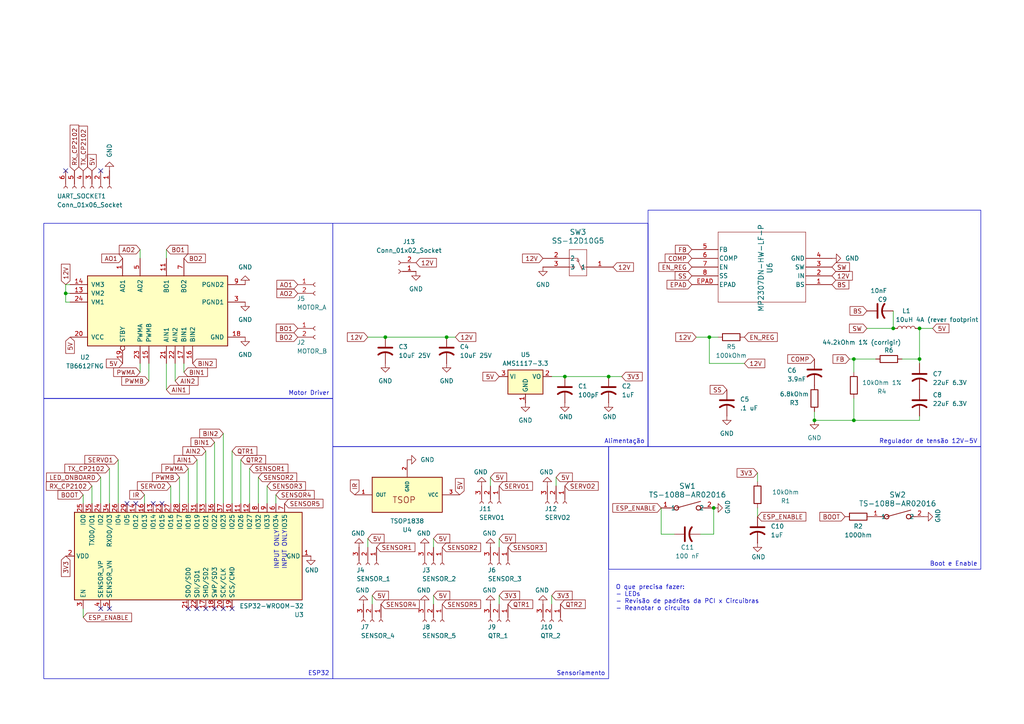
<source format=kicad_sch>
(kicad_sch (version 20250114) (generator "eeschema") (generator_version "9.0")
  (paper "A4")
  (title_block (title "Mini Sumo ESP Embarcado") (date "2026-02-01") (rev "1") (company "Omegabotz"))
  (lib_symbols
    (symbol "Connector:Conn_01x02_Socket" (pin_names (offset 1.016) (hide yes))
      (property "Reference" "J" (at 0 2.54 0))
      (property "Value" "Conn_01x02_Socket" (at 0 -5.08 0))
      (symbol "Conn_01x02_Socket_1_1"
        (polyline (pts (xy -1.27 0) (xy -0.508 0)) (stroke (width 0.1524)))
        (polyline (pts (xy -1.27 -2.54) (xy -0.508 -2.54)) (stroke (width 0.1524)))
        (arc (start 0 -0.508) (mid -0.5058 0) (end 0 0.508) (stroke (width 0.1524)))
        (arc (start 0 -3.048) (mid -0.5058 -2.54) (end 0 -2.032) (stroke (width 0.1524)))
        (pin passive line (at -5.08 0 0) (length 3.81) (name "Pin_1") (number "1"))
        (pin passive line (at -5.08 -2.54 0) (length 3.81) (name "Pin_2") (number "2"))
      )
    )
    (symbol "Connector:Conn_01x03_Socket" (pin_names (offset 1.016) (hide yes))
      (property "Reference" "J" (at 0 5.08 0))
      (property "Value" "Conn_01x03_Socket" (at 0 -5.08 0))
      (symbol "Conn_01x03_Socket_1_1"
        (polyline (pts (xy -1.27 2.54) (xy -0.508 2.54)) (stroke (width 0.1524)))
        (polyline (pts (xy -1.27 0) (xy -0.508 0)) (stroke (width 0.1524)))
        (polyline (pts (xy -1.27 -2.54) (xy -0.508 -2.54)) (stroke (width 0.1524)))
        (arc (start 0 2.032) (mid -0.5058 2.54) (end 0 3.048) (stroke (width 0.1524)))
        (arc (start 0 -0.508) (mid -0.5058 0) (end 0 0.508) (stroke (width 0.1524)))
        (arc (start 0 -3.048) (mid -0.5058 -2.54) (end 0 -2.032) (stroke (width 0.1524)))
        (pin passive line (at -5.08 2.54 0) (length 3.81) (name "Pin_1") (number "1"))
        (pin passive line (at -5.08 0 0) (length 3.81) (name "Pin_2") (number "2"))
        (pin passive line (at -5.08 -2.54 0) (length 3.81) (name "Pin_3") (number "3"))
      )
    )
    (symbol "Connector:Conn_01x06_Socket" (pin_names (offset 1.016) (hide yes))
      (property "Reference" "J" (at 0 7.62 0))
      (property "Value" "Conn_01x06_Socket" (at 0 -10.16 0))
      (symbol "Conn_01x06_Socket_1_1"
        (polyline (pts (xy -1.27 5.08) (xy -0.508 5.08)) (stroke (width 0.1524)))
        (polyline (pts (xy -1.27 2.54) (xy -0.508 2.54)) (stroke (width 0.1524)))
        (polyline (pts (xy -1.27 0) (xy -0.508 0)) (stroke (width 0.1524)))
        (polyline (pts (xy -1.27 -2.54) (xy -0.508 -2.54)) (stroke (width 0.1524)))
        (polyline (pts (xy -1.27 -5.08) (xy -0.508 -5.08)) (stroke (width 0.1524)))
        (polyline (pts (xy -1.27 -7.62) (xy -0.508 -7.62)) (stroke (width 0.1524)))
        (arc (start 0 4.572) (mid -0.5058 5.08) (end 0 5.588) (stroke (width 0.1524)))
        (arc (start 0 2.032) (mid -0.5058 2.54) (end 0 3.048) (stroke (width 0.1524)))
        (arc (start 0 -0.508) (mid -0.5058 0) (end 0 0.508) (stroke (width 0.1524)))
        (arc (start 0 -3.048) (mid -0.5058 -2.54) (end 0 -2.032) (stroke (width 0.1524)))
        (arc (start 0 -5.588) (mid -0.5058 -5.08) (end 0 -4.572) (stroke (width 0.1524)))
        (arc (start 0 -8.128) (mid -0.5058 -7.62) (end 0 -7.112) (stroke (width 0.1524)))
        (pin passive line (at -5.08 5.08 0) (length 3.81) (name "Pin_1") (number "1"))
        (pin passive line (at -5.08 2.54 0) (length 3.81) (name "Pin_2") (number "2"))
        (pin passive line (at -5.08 0 0) (length 3.81) (name "Pin_3") (number "3"))
        (pin passive line (at -5.08 -2.54 0) (length 3.81) (name "Pin_4") (number "4"))
        (pin passive line (at -5.08 -5.08 0) (length 3.81) (name "Pin_5") (number "5"))
        (pin passive line (at -5.08 -7.62 0) (length 3.81) (name "Pin_6") (number "6"))
      )
    )
    (symbol "Device:C_US" (pin_numbers (hide yes)) (pin_names (offset 0.254) (hide yes))
      (property "Reference" "C" (at 0.635 2.54 0))
      (property "Value" "C_US" (at 0.635 -2.54 0))
      (symbol "C_US_0_1"
        (polyline (pts (xy -2.032 0.762) (xy 2.032 0.762)) (stroke (width 0.508)))
        (arc (start -2.032 -1.27) (mid 0 -0.5572) (end 2.032 -1.27) (stroke (width 0.508)))
      )
      (symbol "C_US_1_1"
        (pin passive line (at 0 3.81 270) (length 2.794) (name "~") (number "1"))
        (pin passive line (at 0 -3.81 90) (length 3.302) (name "~") (number "2"))
      )
    )
    (symbol "Device:L" (pin_numbers (hide yes)) (pin_names (offset 1.016) (hide yes))
      (property "Reference" "L" (at -1.27 0 90))
      (property "Value" "L" (at 1.905 0 90))
      (symbol "L_0_1"
        (arc (start 0 2.54) (mid 0.6323 1.905) (end 0 1.27))
        (arc (start 0 1.27) (mid 0.6323 0.635) (end 0 0))
        (arc (start 0 0) (mid 0.6323 -0.635) (end 0 -1.27))
        (arc (start 0 -1.27) (mid 0.6323 -1.905) (end 0 -2.54))
      )
      (symbol "L_1_1"
        (pin passive line (at 0 3.81 270) (length 1.27) (name "1") (number "1"))
        (pin passive line (at 0 -3.81 90) (length 1.27) (name "2") (number "2"))
      )
    )
    (symbol "Device:R" (pin_numbers (hide yes)) (pin_names (offset 0))
      (property "Reference" "R" (at 2.032 0 90))
      (property "Value" "R" (at 0 0 90))
      (symbol "R_0_1"
        (rectangle (start -1.016 -2.54) (end 1.016 2.54) (stroke (width 0.254)))
      )
      (symbol "R_1_1"
        (pin passive line (at 0 3.81 270) (length 1.27) (name "~") (number "1"))
        (pin passive line (at 0 -3.81 90) (length 1.27) (name "~") (number "2"))
      )
    )
    (symbol "Driver_Motor:TB6612FNG" (pin_names (offset 1.016))
      (property "Reference" "U" (at 11.43 17.78 0))
      (property "Value" "TB6612FNG" (at 11.43 15.24 0))
      (symbol "TB6612FNG_0_1"
        (rectangle (start -10.16 20.32) (end 10.16 -20.32) (stroke (width 0.254)) (fill (type background)))
      )
      (symbol "TB6612FNG_1_1"
        (pin input inverted (at -15.24 10.16 0) (length 5.08) (name "STBY") (number "19"))
        (pin input line (at -15.24 5.08 0) (length 5.08) (name "PWMA") (number "23"))
        (pin input line (at -15.24 2.54 0) (length 5.08) (name "PWMB") (number "15"))
        (pin input line (at -15.24 -2.54 0) (length 5.08) (name "AIN1") (number "21"))
        (pin input line (at -15.24 -5.08 0) (length 5.08) (name "AIN2") (number "22"))
        (pin input line (at -15.24 -7.62 0) (length 5.08) (name "BIN1") (number "17"))
        (pin input line (at -15.24 -10.16 0) (length 5.08) (name "BIN2") (number "16"))
        (pin power_in line (at -7.62 25.4 270) (length 5.08) (name "VCC") (number "20"))
        (pin power_in line (at -7.62 -25.4 90) (length 5.08) (name "GND") (number "18"))
        (pin power_in line (at 2.54 25.4 270) (length 5.08) (name "VM1") (number "24"))
        (pin power_in line (at 2.54 -25.4 90) (length 5.08) (name "PGND1") (number "3"))
        (pin passive line (at 2.54 -25.4 90) (length 5.08) (hide yes) (name "PGND1") (number "4"))
        (pin power_in line (at 5.08 25.4 270) (length 5.08) (name "VM2") (number "13"))
        (pin power_in line (at 7.62 25.4 270) (length 5.08) (name "VM3") (number "14"))
        (pin passive line (at 7.62 -25.4 90) (length 5.08) (hide yes) (name "PGND2") (number "10"))
        (pin power_in line (at 7.62 -25.4 90) (length 5.08) (name "PGND2") (number "9"))
        (pin output line (at 15.24 10.16 180) (length 5.08) (name "AO1") (number "1"))
        (pin passive line (at 15.24 10.16 180) (length 5.08) (hide yes) (name "AO1") (number "2"))
        (pin output line (at 15.24 5.08 180) (length 5.08) (name "AO2") (number "5"))
        (pin passive line (at 15.24 5.08 180) (length 5.08) (hide yes) (name "AO2") (number "6"))
        (pin output line (at 15.24 -2.54 180) (length 5.08) (name "BO1") (number "11"))
        (pin passive line (at 15.24 -2.54 180) (length 5.08) (hide yes) (name "BO1") (number "12"))
        (pin output line (at 15.24 -7.62 180) (length 5.08) (name "BO2") (number "7"))
        (pin passive line (at 15.24 -7.62 180) (length 5.08) (hide yes) (name "BO2") (number "8"))
      )
    )
    (symbol "MP2307DN-HW-LF-P:MP2307DN-HW-LF-P" (pin_names (offset 0.254))
      (property "Reference" "U" (at 20.32 10.16 0))
      (property "Value" "MP2307DN-HW-LF-P" (at 20.32 7.62 0))
      (symbol "MP2307DN-HW-LF-P_0_1"
        (polyline (pts (xy 7.62 5.08) (xy 7.62 -15.24)) (stroke (width 0.127)))
        (polyline (pts (xy 7.62 -15.24) (xy 33.02 -15.24)) (stroke (width 0.127)))
        (polyline (pts (xy 33.02 5.08) (xy 7.62 5.08)) (stroke (width 0.127)))
        (polyline (pts (xy 33.02 -15.24) (xy 33.02 5.08)) (stroke (width 0.127)))
        (pin unspecified line (at 0 0 0) (length 7.62) (name "BS") (number "1"))
        (pin unspecified line (at 0 -2.54 0) (length 7.62) (name "IN") (number "2"))
        (pin unspecified line (at 0 -5.08 0) (length 7.62) (name "SW") (number "3"))
        (pin power_out line (at 0 -7.62 0) (length 7.62) (name "GND") (number "4"))
        (pin unspecified line (at 40.64 0 180) (length 7.62) (name "EPAD") (number "EPAD"))
        (pin unspecified line (at 40.64 -2.54 180) (length 7.62) (name "SS") (number "8"))
        (pin unspecified line (at 40.64 -5.08 180) (length 7.62) (name "EN") (number "7"))
        (pin unspecified line (at 40.64 -7.62 180) (length 7.62) (name "COMP") (number "6"))
        (pin unspecified line (at 40.64 -10.16 180) (length 7.62) (name "FB") (number "5"))
      )
    )
    (symbol "RF_Module:ESP32-WROOM-32"
      (property "Reference" "U" (at -12.7 34.29 0))
      (property "Value" "ESP32-WROOM-32" (at 1.27 34.29 0))
      (symbol "ESP32-WROOM-32_0_1"
        (rectangle (start -12.7 33.02) (end 12.7 -33.02) (stroke (width 0.254)) (fill (type background)))
      )
      (symbol "ESP32-WROOM-32_1_1"
        (pin input line (at -15.24 30.48 0) (length 2.54) (name "EN") (number "3"))
        (pin input line (at -15.24 25.4 0) (length 2.54) (name "SENSOR_VP") (number "4"))
        (pin input line (at -15.24 22.86 0) (length 2.54) (name "SENSOR_VN") (number "5"))
        (pin bidirectional line (at -15.24 0 0) (length 2.54) (name "SDO/SD0") (number "21"))
        (pin bidirectional line (at -15.24 -2.54 0) (length 2.54) (name "SDI/SD1") (number "22"))
        (pin bidirectional line (at -15.24 -5.08 0) (length 2.54) (name "SHD/SD2") (number "17"))
        (pin bidirectional line (at -15.24 -7.62 0) (length 2.54) (name "SWP/SD3") (number "18"))
        (pin bidirectional line (at -15.24 -10.16 0) (length 2.54) (name "SCK/CLK") (number "20"))
        (pin bidirectional line (at -15.24 -12.7 0) (length 2.54) (name "SCS/CMD") (number "19"))
        (pin no_connect line (at -12.7 -27.94 0) (length 2.54) (hide yes) (name "NC") (number "32"))
        (pin power_in line (at 0 35.56 270) (length 2.54) (name "VDD") (number "2"))
        (pin power_in line (at 0 -35.56 90) (length 2.54) (name "GND") (number "1"))
        (pin passive line (at 0 -35.56 90) (length 2.54) (hide yes) (name "GND") (number "15"))
        (pin passive line (at 0 -35.56 90) (length 2.54) (hide yes) (name "GND") (number "38"))
        (pin passive line (at 0 -35.56 90) (length 2.54) (hide yes) (name "GND") (number "39"))
        (pin bidirectional line (at 15.24 30.48 180) (length 2.54) (name "IO0") (number "25"))
        (pin bidirectional line (at 15.24 27.94 180) (length 2.54) (name "TXD0/IO1") (number "35"))
        (pin bidirectional line (at 15.24 25.4 180) (length 2.54) (name "IO2") (number "24"))
        (pin bidirectional line (at 15.24 22.86 180) (length 2.54) (name "RXD0/IO3") (number "34"))
        (pin bidirectional line (at 15.24 20.32 180) (length 2.54) (name "IO4") (number "26"))
        (pin bidirectional line (at 15.24 17.78 180) (length 2.54) (name "IO5") (number "29"))
        (pin bidirectional line (at 15.24 15.24 180) (length 2.54) (name "IO12") (number "14"))
        (pin bidirectional line (at 15.24 12.7 180) (length 2.54) (name "IO13") (number "16"))
        (pin bidirectional line (at 15.24 10.16 180) (length 2.54) (name "IO14") (number "13"))
        (pin bidirectional line (at 15.24 7.62 180) (length 2.54) (name "IO15") (number "23"))
        (pin bidirectional line (at 15.24 5.08 180) (length 2.54) (name "IO16") (number "27"))
        (pin bidirectional line (at 15.24 2.54 180) (length 2.54) (name "IO17") (number "28"))
        (pin bidirectional line (at 15.24 0 180) (length 2.54) (name "IO18") (number "30"))
        (pin bidirectional line (at 15.24 -2.54 180) (length 2.54) (name "IO19") (number "31"))
        (pin bidirectional line (at 15.24 -5.08 180) (length 2.54) (name "IO21") (number "33"))
        (pin bidirectional line (at 15.24 -7.62 180) (length 2.54) (name "IO22") (number "36"))
        (pin bidirectional line (at 15.24 -10.16 180) (length 2.54) (name "IO23") (number "37"))
        (pin bidirectional line (at 15.24 -12.7 180) (length 2.54) (name "IO25") (number "10"))
        (pin bidirectional line (at 15.24 -15.24 180) (length 2.54) (name "IO26") (number "11"))
        (pin bidirectional line (at 15.24 -17.78 180) (length 2.54) (name "IO27") (number "12"))
        (pin bidirectional line (at 15.24 -20.32 180) (length 2.54) (name "IO32") (number "8"))
        (pin bidirectional line (at 15.24 -22.86 180) (length 2.54) (name "IO33") (number "9"))
        (pin input line (at 15.24 -25.4 180) (length 2.54) (name "IO34") (number "6"))
        (pin input line (at 15.24 -27.94 180) (length 2.54) (name "IO35") (number "7"))
      )
    )
    (symbol "Regulator_Linear:AMS1117-3.3"
      (property "Reference" "U" (at -3.81 3.175 0))
      (property "Value" "AMS1117-3.3" (at 0 3.175 0))
      (symbol "AMS1117-3.3_0_1"
        (rectangle (start -5.08 -5.08) (end 5.08 1.905) (stroke (width 0.254)) (fill (type background)))
      )
      (symbol "AMS1117-3.3_1_1"
        (pin power_in line (at -7.62 0 0) (length 2.54) (name "VI") (number "3"))
        (pin power_in line (at 0 -7.62 90) (length 2.54) (name "GND") (number "1"))
        (pin power_out line (at 7.62 0 180) (length 2.54) (name "VO") (number "2"))
      )
    )
    (symbol "SS-12D10G5:SS-12D10G5" (pin_names (offset 0.254))
      (property "Reference" "SW" (at 10.16 7.62 0))
      (property "Value" "SS-12D10G5" (at 10.16 5.08 0))
      (symbol "SS-12D10G5_0_1"
        (polyline (pts (xy 7.62 2.54) (xy 7.62 -5.08)) (stroke (width 0.127)))
        (polyline (pts (xy 7.62 0) (xy 8.5725 0)) (stroke (width 0.127)))
        (polyline (pts (xy 7.62 -5.08) (xy 12.7 -5.08)) (stroke (width 0.127)))
        (circle (center 8.89 0) (radius 0.3048) (stroke (width 0.127)))
        (polyline (pts (xy 10.16 -1.905) (xy 8.89 0.9525)) (stroke (width 0.127)))
        (circle (center 10.16 -1.905) (radius 0.3048) (stroke (width 0.127)))
        (polyline (pts (xy 10.16 -2.2098) (xy 10.16 -2.54)) (stroke (width 0.127)))
        (circle (center 11.43 0) (radius 0.3048) (stroke (width 0.127)))
        (polyline (pts (xy 12.7 2.54) (xy 7.62 2.54)) (stroke (width 0.127)))
        (polyline (pts (xy 12.7 0) (xy 11.7475 0)) (stroke (width 0.127)))
        (polyline (pts (xy 12.7 -2.54) (xy 10.16 -2.54)) (stroke (width 0.127)))
        (polyline (pts (xy 12.7 -5.08) (xy 12.7 2.54)) (stroke (width 0.127)))
        (pin unspecified line (at 0 0 0) (length 7.62) (name "1") (number "1"))
        (pin unspecified line (at 20.32 0 180) (length 7.62) (name "3") (number "3"))
        (pin unspecified line (at 20.32 -2.54 180) (length 7.62) (name "2") (number "2"))
      )
    )
    (symbol "TS-1088-ARO2016:TS-1088-AR02016" (pin_names (offset 0.254))
      (property "Reference" "SW" (at 7.62 3.81 0))
      (property "Value" "TS-1088-AR02016" (at 0 0 0))
      (symbol "TS-1088-AR02016_0_1"
        (polyline (pts (xy 2.54 0) (xy 3.81 0)) (stroke (width 0.2032)))
        (polyline (pts (xy 4.445 0) (xy 11.43 1.905)) (stroke (width 0.2032)))
        (circle (center 4.445 0) (radius 0.635) (stroke (width 0.254)))
        (circle (center 10.795 0) (radius 0.635) (stroke (width 0.254)))
        (polyline (pts (xy 12.7 0) (xy 11.43 0)) (stroke (width 0.2032)))
        (pin unspecified line (at 0 0 0) (length 2.54) (name "1") (number "1"))
        (pin unspecified line (at 15.24 0 180) (length 2.54) (name "2") (number "2"))
      )
    )
    (symbol "TSOP1838:TSOP1838" (pin_names (offset 1.016))
      (property "Reference" "U" (at -3.81 6.604 0))
      (property "Value" "TSOP1838" (at 0 0 0))
      (symbol "TSOP1838_0_0"
        (rectangle (start -10.16 -5.08) (end 10.16 5.08) (stroke (width 0.254)) (fill (type background)))
        (text "TSOP" (at -2.54 2.54 0) (effects (font (size 1.778 1.778)) (justify left bottom)))
        (pin power_in line (at -15.24 0 0) (length 5.08) (name "VCC") (number "3"))
        (pin power_in line (at 0 -10.16 90) (length 5.08) (name "GND") (number "2"))
        (pin output line (at 15.24 0 180) (length 5.08) (name "OUT") (number "1"))
      )
    )
    (symbol "power:GND" (power) (pin_numbers (hide yes)) (pin_names (offset 0) (hide yes))
      (property "Value" "GND" (at 0 -3.81 0))
      (symbol "GND_0_1"
        (polyline (pts (xy 0 0) (xy 0 -1.27) (xy 1.27 -1.27) (xy 0 -2.54) (xy -1.27 -1.27) (xy 0 -1.27)))
      )
      (symbol "GND_1_1"
        (pin power_in line (at 0 0 270) (length 0) (name "~") (number "1"))
      )
    )
  )
  (text "INPUT ONLY\n" (at 82.55 159.512 90) (effects (font (size 1.27 1.27))))
  (text "O que precisa fazer:\n- LEDs\n- Revisão de padrões da PCI x Circuibras\n- Reanotar o circuito" (at 178.562 173.482 0) (effects (font (size 1.27 1.27)) (justify left)))
  (text "INPUT ONLY\n" (at 80.264 159.512 90) (effects (font (size 1.27 1.27))))
  (text_box "Motor Driver" (at 12.7 64.77 0) (size 83.82 50.8) (margins 0.9525 0.9525 0.9525 0.9525) (effects (font (size 1.27 1.27)) (justify right bottom)))
  (text_box "Alimentação" (at 96.52 64.77 0) (size 91.44 64.77) (margins 0.9525 0.9525 0.9525 0.9525) (effects (font (size 1.27 1.27)) (justify right bottom)))
  (text_box "Regulador de tensão 12V-5V\n" (at 187.96 60.96 0) (size 96.52 68.58) (margins 0.9525 0.9525 0.9525 0.9525) (effects (font (size 1.27 1.27)) (justify right bottom)))
  (text_box "Sensoriamento" (at 96.52 129.54 0) (size 80.01 67.31) (margins 0.9525 0.9525 0.9525 0.9525) (effects (font (size 1.27 1.27)) (justify right bottom)))
  (text_box "Boot e Enable" (at 176.53 129.54 0) (size 107.95 35.56) (margins 0.9525 0.9525 0.9525 0.9525) (effects (font (size 1.27 1.27)) (justify right bottom)))
  (text_box "ESP32" (at 12.7 115.57 0) (size 83.82 81.28) (margins 0.9525 0.9525 0.9525 0.9525) (effects (font (size 1.27 1.27)) (justify right bottom)))
  (junction (at 19.05 85.09))
  (junction (at 129.54 97.79))
  (junction (at 111.76 97.79))
  (junction (at 247.65 104.14))
  (junction (at 205.74 97.79))
  (junction (at 207.01 147.32))
  (junction (at 236.22 121.92))
  (junction (at 163.83 109.22))
  (junction (at 266.7 95.25))
  (junction (at 247.65 121.92))
  (junction (at 259.08 95.25))
  (junction (at 266.7 104.14))
  (junction (at 176.53 109.22))
  (no_connect (at 46.99 146.05))
  (no_connect (at 19.05 49.53))
  (no_connect (at 64.77 176.53))
  (no_connect (at 44.45 146.05))
  (no_connect (at 39.37 146.05))
  (no_connect (at 67.31 176.53))
  (no_connect (at 54.61 176.53))
  (no_connect (at 62.23 176.53))
  (no_connect (at 31.75 176.53))
  (no_connect (at 29.21 176.53))
  (no_connect (at 57.15 176.53))
  (no_connect (at 29.21 49.53))
  (no_connect (at 36.83 146.05))
  (no_connect (at 59.69 176.53))
  (wire (pts (xy 64.77 125.73) (xy 64.77 146.05)))
  (wire (pts (xy 31.75 135.89) (xy 31.75 146.05)))
  (wire (pts (xy 163.83 109.22) (xy 176.53 109.22)))
  (wire (pts (xy 160.02 109.22) (xy 163.83 109.22)))
  (wire (pts (xy 20.32 87.63) (xy 19.05 87.63)))
  (wire (pts (xy 254 104.14) (xy 247.65 104.14)))
  (wire (pts (xy 26.67 140.97) (xy 26.67 146.05)))
  (wire (pts (xy 129.54 97.79) (xy 132.08 97.79)))
  (wire (pts (xy 205.74 105.41) (xy 215.9 105.41)))
  (wire (pts (xy 236.22 121.92) (xy 236.22 119.38)))
  (wire (pts (xy 34.29 133.35) (xy 34.29 146.05)))
  (wire (pts (xy 203.2 154.94) (xy 207.01 154.94)))
  (wire (pts (xy 40.64 107.95) (xy 40.64 105.41)))
  (wire (pts (xy 107.95 172.72) (xy 107.95 175.26)))
  (wire (pts (xy 207.01 154.94) (xy 207.01 147.32)))
  (wire (pts (xy 48.26 72.39) (xy 48.26 74.93)))
  (wire (pts (xy 106.68 156.21) (xy 106.68 158.75)))
  (wire (pts (xy 205.74 97.79) (xy 201.93 97.79)))
  (wire (pts (xy 77.47 140.97) (xy 77.47 146.05)))
  (wire (pts (xy 142.24 138.43) (xy 142.24 140.97)))
  (wire (pts (xy 72.39 135.89) (xy 72.39 146.05)))
  (wire (pts (xy 59.69 130.81) (xy 59.69 146.05)))
  (wire (pts (xy 53.34 107.95) (xy 53.34 105.41)))
  (wire (pts (xy 247.65 104.14) (xy 246.38 104.14)))
  (wire (pts (xy 160.02 172.72) (xy 160.02 175.26)))
  (wire (pts (xy 144.78 156.21) (xy 144.78 158.75)))
  (wire (pts (xy 57.15 133.35) (xy 57.15 146.05)))
  (wire (pts (xy 161.29 138.43) (xy 161.29 140.97)))
  (wire (pts (xy 236.22 121.92) (xy 247.65 121.92)))
  (wire (pts (xy 266.7 95.25) (xy 266.7 104.14)))
  (wire (pts (xy 266.7 104.14) (xy 266.7 105.41)))
  (wire (pts (xy 80.01 143.51) (xy 80.01 146.05)))
  (wire (pts (xy 41.91 143.51) (xy 41.91 146.05)))
  (wire (pts (xy 69.85 133.35) (xy 69.85 146.05)))
  (wire (pts (xy 247.65 104.14) (xy 247.65 107.95)))
  (wire (pts (xy 111.76 97.79) (xy 129.54 97.79)))
  (wire (pts (xy 270.51 95.25) (xy 266.7 95.25)))
  (wire (pts (xy 62.23 128.27) (xy 62.23 146.05)))
  (wire (pts (xy 125.73 156.21) (xy 125.73 158.75)))
  (wire (pts (xy 52.07 138.43) (xy 52.07 146.05)))
  (wire (pts (xy 50.8 110.49) (xy 50.8 105.41)))
  (wire (pts (xy 144.78 172.72) (xy 144.78 175.26)))
  (wire (pts (xy 54.61 135.89) (xy 54.61 146.05)))
  (wire (pts (xy 19.05 85.09) (xy 20.32 85.09)))
  (wire (pts (xy 19.05 82.55) (xy 19.05 85.09)))
  (wire (pts (xy 29.21 138.43) (xy 29.21 146.05)))
  (wire (pts (xy 106.68 97.79) (xy 111.76 97.79)))
  (wire (pts (xy 195.58 154.94) (xy 191.77 154.94)))
  (wire (pts (xy 40.64 72.39) (xy 40.64 74.93)))
  (wire (pts (xy 219.71 137.16) (xy 219.71 139.7)))
  (wire (pts (xy 19.05 87.63) (xy 19.05 85.09)))
  (wire (pts (xy 67.31 130.81) (xy 67.31 146.05)))
  (wire (pts (xy 251.46 95.25) (xy 259.08 95.25)))
  (wire (pts (xy 24.13 179.07) (xy 24.13 176.53)))
  (wire (pts (xy 219.71 149.86) (xy 219.71 147.32)))
  (wire (pts (xy 49.53 140.97) (xy 49.53 146.05)))
  (wire (pts (xy 266.7 121.92) (xy 247.65 121.92)))
  (wire (pts (xy 208.28 97.79) (xy 205.74 97.79)))
  (wire (pts (xy 259.08 90.17) (xy 259.08 95.25)))
  (wire (pts (xy 266.7 120.65) (xy 266.7 121.92)))
  (wire (pts (xy 205.74 97.79) (xy 205.74 105.41)))
  (wire (pts (xy 125.73 172.72) (xy 125.73 175.26)))
  (wire (pts (xy 24.13 143.51) (xy 24.13 146.05)))
  (wire (pts (xy 43.18 110.49) (xy 43.18 105.41)))
  (wire (pts (xy 20.32 82.55) (xy 19.05 82.55)))
  (wire (pts (xy 191.77 154.94) (xy 191.77 147.32)))
  (wire (pts (xy 48.26 113.03) (xy 48.26 105.41)))
  (wire (pts (xy 247.65 115.57) (xy 247.65 121.92)))
  (wire (pts (xy 261.62 104.14) (xy 266.7 104.14)))
  (wire (pts (xy 176.53 109.22) (xy 180.34 109.22)))
  (wire (pts (xy 74.93 138.43) (xy 74.93 146.05)))
  (global_label "IR" (shape input) (at 102.87 143.51 90) (property "Intersheetrefs" "${INTERSHEET_REFS}" (effects (hide yes))))
  (global_label "12V" (shape input) (at 19.05 82.55 90) (property "Intersheetrefs" "${INTERSHEET_REFS}" (effects (hide yes))))
  (global_label "IR" (shape input) (at 41.91 143.51 180) (property "Intersheetrefs" "${INTERSHEET_REFS}" (effects (hide yes))))
  (global_label "FB" (shape input) (at 200.66 72.39 180) (property "Intersheetrefs" "${INTERSHEET_REFS}" (effects (hide yes))))
  (global_label "ESP_ENABLE" (shape input) (at 24.13 179.07 0) (property "Intersheetrefs" "${INTERSHEET_REFS}" (effects (hide yes))))
  (global_label "SENSOR1" (shape input) (at 72.39 135.89 0) (property "Intersheetrefs" "${INTERSHEET_REFS}" (effects (hide yes))))
  (global_label "SENSOR5" (shape input) (at 82.55 146.05 0) (property "Intersheetrefs" "${INTERSHEET_REFS}" (effects (hide yes))))
  (global_label "SENSOR1" (shape input) (at 109.22 158.75 0) (property "Intersheetrefs" "${INTERSHEET_REFS}" (effects (hide yes))))
  (global_label "5V" (shape input) (at 20.32 97.79 270) (property "Intersheetrefs" "${INTERSHEET_REFS}" (effects (hide yes))))
  (global_label "FB" (shape input) (at 246.38 104.14 180) (property "Intersheetrefs" "${INTERSHEET_REFS}" (effects (hide yes))))
  (global_label "TX_CP2102" (shape input) (at 24.13 49.53 90) (property "Intersheetrefs" "${INTERSHEET_REFS}" (effects (hide yes))))
  (global_label "BIN1" (shape input) (at 62.23 128.27 180) (property "Intersheetrefs" "${INTERSHEET_REFS}" (effects (hide yes))))
  (global_label "5V" (shape input) (at 125.73 172.72 0) (property "Intersheetrefs" "${INTERSHEET_REFS}" (effects (hide yes))))
  (global_label "5V" (shape input) (at 161.29 138.43 0) (property "Intersheetrefs" "${INTERSHEET_REFS}" (effects (hide yes))))
  (global_label "5V" (shape input) (at 35.56 105.41 180) (property "Intersheetrefs" "${INTERSHEET_REFS}" (effects (hide yes))))
  (global_label "5V" (shape input) (at 26.67 49.53 90) (property "Intersheetrefs" "${INTERSHEET_REFS}" (effects (hide yes))))
  (global_label "COMP" (shape input) (at 200.66 74.93 180) (property "Intersheetrefs" "${INTERSHEET_REFS}" (effects (hide yes))))
  (global_label "SENSOR2" (shape input) (at 74.93 138.43 0) (property "Intersheetrefs" "${INTERSHEET_REFS}" (effects (hide yes))))
  (global_label "12V" (shape input) (at 241.3 80.01 0) (property "Intersheetrefs" "${INTERSHEET_REFS}" (effects (hide yes))))
  (global_label "BO1" (shape input) (at 48.26 72.39 0) (property "Intersheetrefs" "${INTERSHEET_REFS}" (effects (hide yes))))
  (global_label "EN_REG" (shape input) (at 215.9 97.79 0) (property "Intersheetrefs" "${INTERSHEET_REFS}" (effects (hide yes))))
  (global_label "QTR2" (shape input) (at 162.56 175.26 0) (property "Intersheetrefs" "${INTERSHEET_REFS}" (effects (hide yes))))
  (global_label "SENSOR4" (shape input) (at 110.49 175.26 0) (property "Intersheetrefs" "${INTERSHEET_REFS}" (effects (hide yes))))
  (global_label "5V" (shape input) (at 125.73 156.21 0) (property "Intersheetrefs" "${INTERSHEET_REFS}" (effects (hide yes))))
  (global_label "5V" (shape input) (at 142.24 138.43 0) (property "Intersheetrefs" "${INTERSHEET_REFS}" (effects (hide yes))))
  (global_label "3V3" (shape input) (at 144.78 172.72 0) (property "Intersheetrefs" "${INTERSHEET_REFS}" (effects (hide yes))))
  (global_label "AO2" (shape input) (at 40.64 72.39 180) (property "Intersheetrefs" "${INTERSHEET_REFS}" (effects (hide yes))))
  (global_label "12V" (shape input) (at 106.68 97.79 180) (property "Intersheetrefs" "${INTERSHEET_REFS}" (effects (hide yes))))
  (global_label "SW" (shape input) (at 251.46 95.25 180) (property "Intersheetrefs" "${INTERSHEET_REFS}" (effects (hide yes))))
  (global_label "5V" (shape input) (at 133.35 143.51 90) (property "Intersheetrefs" "${INTERSHEET_REFS}" (effects (hide yes))))
  (global_label "12V" (shape input) (at 157.48 74.93 180) (property "Intersheetrefs" "${INTERSHEET_REFS}" (effects (hide yes))))
  (global_label "QTR1" (shape input) (at 67.31 130.81 0) (property "Intersheetrefs" "${INTERSHEET_REFS}" (effects (hide yes))))
  (global_label "BOOT" (shape input) (at 24.13 143.51 180) (property "Intersheetrefs" "${INTERSHEET_REFS}" (effects (hide yes))))
  (global_label "SENSOR5" (shape input) (at 128.27 175.26 0) (property "Intersheetrefs" "${INTERSHEET_REFS}" (effects (hide yes))))
  (global_label "5V" (shape input) (at 270.51 95.25 0) (property "Intersheetrefs" "${INTERSHEET_REFS}" (effects (hide yes))))
  (global_label "SERVO2" (shape input) (at 163.83 140.97 0) (property "Intersheetrefs" "${INTERSHEET_REFS}" (effects (hide yes))))
  (global_label "BOOT" (shape input) (at 245.11 149.86 180) (property "Intersheetrefs" "${INTERSHEET_REFS}" (effects (hide yes))))
  (global_label "12V" (shape input) (at 215.9 105.41 0) (property "Intersheetrefs" "${INTERSHEET_REFS}" (effects (hide yes))))
  (global_label "BO2" (shape input) (at 86.36 97.79 180) (property "Intersheetrefs" "${INTERSHEET_REFS}" (effects (hide yes))))
  (global_label "COMP" (shape input) (at 236.22 104.14 180) (property "Intersheetrefs" "${INTERSHEET_REFS}" (effects (hide yes))))
  (global_label "BO1" (shape input) (at 86.36 95.25 180) (property "Intersheetrefs" "${INTERSHEET_REFS}" (effects (hide yes))))
  (global_label "AO1" (shape input) (at 86.36 82.55 180) (property "Intersheetrefs" "${INTERSHEET_REFS}" (effects (hide yes))))
  (global_label "PWMB" (shape input) (at 43.18 110.49 180) (property "Intersheetrefs" "${INTERSHEET_REFS}" (effects (hide yes))))
  (global_label "3V3" (shape input) (at 219.71 137.16 180) (property "Intersheetrefs" "${INTERSHEET_REFS}" (effects (hide yes))))
  (global_label "12V" (shape input) (at 120.65 76.2 0) (property "Intersheetrefs" "${INTERSHEET_REFS}" (effects (hide yes))))
  (global_label "PWMB" (shape input) (at 52.07 138.43 180) (property "Intersheetrefs" "${INTERSHEET_REFS}" (effects (hide yes))))
  (global_label "BIN1" (shape input) (at 53.34 107.95 0) (property "Intersheetrefs" "${INTERSHEET_REFS}" (effects (hide yes))))
  (global_label "AIN1" (shape input) (at 57.15 133.35 180) (property "Intersheetrefs" "${INTERSHEET_REFS}" (effects (hide yes))))
  (global_label "RX_CP2102" (shape input) (at 21.59 49.53 90) (property "Intersheetrefs" "${INTERSHEET_REFS}" (effects (hide yes))))
  (global_label "5V" (shape input) (at 144.78 156.21 0) (property "Intersheetrefs" "${INTERSHEET_REFS}" (effects (hide yes))))
  (global_label "EPAD" (shape input) (at 200.66 82.55 180) (property "Intersheetrefs" "${INTERSHEET_REFS}" (effects (hide yes))))
  (global_label "12V" (shape input) (at 201.93 97.79 180) (property "Intersheetrefs" "${INTERSHEET_REFS}" (effects (hide yes))))
  (global_label "AO1" (shape input) (at 35.56 74.93 180) (property "Intersheetrefs" "${INTERSHEET_REFS}" (effects (hide yes))))
  (global_label "ESP_ENABLE" (shape input) (at 191.77 147.32 180) (property "Intersheetrefs" "${INTERSHEET_REFS}" (effects (hide yes))))
  (global_label "SERVO2" (shape input) (at 49.53 140.97 180) (property "Intersheetrefs" "${INTERSHEET_REFS}" (effects (hide yes))))
  (global_label "SENSOR2" (shape input) (at 128.27 158.75 0) (property "Intersheetrefs" "${INTERSHEET_REFS}" (effects (hide yes))))
  (global_label "PWMA" (shape input) (at 54.61 135.89 180) (property "Intersheetrefs" "${INTERSHEET_REFS}" (effects (hide yes))))
  (global_label "RX_CP2102" (shape input) (at 26.67 140.97 180) (property "Intersheetrefs" "${INTERSHEET_REFS}" (effects (hide yes))))
  (global_label "3V3" (shape input) (at 19.05 161.29 270) (property "Intersheetrefs" "${INTERSHEET_REFS}" (effects (hide yes))))
  (global_label "AIN2" (shape input) (at 59.69 130.81 180) (property "Intersheetrefs" "${INTERSHEET_REFS}" (effects (hide yes))))
  (global_label "LED_ONBOARD" (shape input) (at 29.21 138.43 180) (property "Intersheetrefs" "${INTERSHEET_REFS}" (effects (hide yes))))
  (global_label "SW" (shape input) (at 241.3 77.47 0) (property "Intersheetrefs" "${INTERSHEET_REFS}" (effects (hide yes))))
  (global_label "SERVO1" (shape input) (at 144.78 140.97 0) (property "Intersheetrefs" "${INTERSHEET_REFS}" (effects (hide yes))))
  (global_label "QTR1" (shape input) (at 147.32 175.26 0) (property "Intersheetrefs" "${INTERSHEET_REFS}" (effects (hide yes))))
  (global_label "BS" (shape input) (at 251.46 90.17 180) (property "Intersheetrefs" "${INTERSHEET_REFS}" (effects (hide yes))))
  (global_label "AO2" (shape input) (at 86.36 85.09 180) (property "Intersheetrefs" "${INTERSHEET_REFS}" (effects (hide yes))))
  (global_label "BS" (shape input) (at 241.3 82.55 0) (property "Intersheetrefs" "${INTERSHEET_REFS}" (effects (hide yes))))
  (global_label "EN_REG" (shape input) (at 200.66 77.47 180) (property "Intersheetrefs" "${INTERSHEET_REFS}" (effects (hide yes))))
  (global_label "TX_CP2102" (shape input) (at 31.75 135.89 180) (property "Intersheetrefs" "${INTERSHEET_REFS}" (effects (hide yes))))
  (global_label "SENSOR4" (shape input) (at 80.01 143.51 0) (property "Intersheetrefs" "${INTERSHEET_REFS}" (effects (hide yes))))
  (global_label "QTR2" (shape input) (at 69.85 133.35 0) (property "Intersheetrefs" "${INTERSHEET_REFS}" (effects (hide yes))))
  (global_label "5V" (shape input) (at 144.78 109.22 180) (property "Intersheetrefs" "${INTERSHEET_REFS}" (effects (hide yes))))
  (global_label "AIN1" (shape input) (at 48.26 113.03 0) (property "Intersheetrefs" "${INTERSHEET_REFS}" (effects (hide yes))))
  (global_label "3V3" (shape input) (at 160.02 172.72 0) (property "Intersheetrefs" "${INTERSHEET_REFS}" (effects (hide yes))))
  (global_label "SS" (shape input) (at 210.82 113.03 180) (property "Intersheetrefs" "${INTERSHEET_REFS}" (effects (hide yes))))
  (global_label "SENSOR3" (shape input) (at 77.47 140.97 0) (property "Intersheetrefs" "${INTERSHEET_REFS}" (effects (hide yes))))
  (global_label "12V" (shape input) (at 177.8 77.47 0) (property "Intersheetrefs" "${INTERSHEET_REFS}" (effects (hide yes))))
  (global_label "PWMA" (shape input) (at 40.64 107.95 180) (property "Intersheetrefs" "${INTERSHEET_REFS}" (effects (hide yes))))
  (global_label "BO2" (shape input) (at 53.34 74.93 0) (property "Intersheetrefs" "${INTERSHEET_REFS}" (effects (hide yes))))
  (global_label "SS" (shape input) (at 200.66 80.01 180) (property "Intersheetrefs" "${INTERSHEET_REFS}" (effects (hide yes))))
  (global_label "5V" (shape input) (at 106.68 156.21 0) (property "Intersheetrefs" "${INTERSHEET_REFS}" (effects (hide yes))))
  (global_label "BIN2" (shape input) (at 55.88 105.41 0) (property "Intersheetrefs" "${INTERSHEET_REFS}" (effects (hide yes))))
  (global_label "SENSOR3" (shape input) (at 147.32 158.75 0) (property "Intersheetrefs" "${INTERSHEET_REFS}" (effects (hide yes))))
  (global_label "BIN2" (shape input) (at 64.77 125.73 180) (property "Intersheetrefs" "${INTERSHEET_REFS}" (effects (hide yes))))
  (global_label "5V" (shape input) (at 107.95 172.72 0) (property "Intersheetrefs" "${INTERSHEET_REFS}" (effects (hide yes))))
  (global_label "SERVO1" (shape input) (at 34.29 133.35 180) (property "Intersheetrefs" "${INTERSHEET_REFS}" (effects (hide yes))))
  (global_label "3V3" (shape input) (at 180.34 109.22 0) (property "Intersheetrefs" "${INTERSHEET_REFS}" (effects (hide yes))))
  (global_label "12V" (shape input) (at 132.08 97.79 0) (property "Intersheetrefs" "${INTERSHEET_REFS}" (effects (hide yes))))
  (global_label "AIN2" (shape input) (at 50.8 110.49 0) (property "Intersheetrefs" "${INTERSHEET_REFS}" (effects (hide yes))))
  (global_label "ESP_ENABLE" (shape input) (at 219.71 149.86 0) (property "Intersheetrefs" "${INTERSHEET_REFS}" (effects (hide yes))))
  (symbol (lib_id "Device:R") (at 236.22 115.57 180) (unit 1)
    (property "Reference" "R3" (at 230.378 116.84 0))
    (property "Value" "6.8kOhm" (at 230.378 114.3 0))
    (property "Footprint" "Resistor_SMD:R_0201_0603Metric_Pad0.64x0.40mm_HandSolder" (effects (hide yes)))
    (property "Description" "Resistor" (effects (hide yes)))
  )
  (symbol (lib_id "Device:C_US") (at 176.53 113.03 0) (unit 1)
    (property "Reference" "C2" (at 180.34 112.0139 0) (effects (justify left)))
    (property "Value" "1uF" (at 180.34 114.5539 0) (effects (justify left)))
    (property "Footprint" "Capacitor_SMD:C_0402_1005Metric_Pad0.74x0.62mm_HandSolder" (effects (hide yes)))
    (property "Description" "capacitor, US symbol" (effects (hide yes)))
  )
  (symbol (lib_id "power:GND") (at 71.12 97.79 0) (unit 1)
    (property "Reference" "#PWR05" (effects (hide yes)))
    (property "Value" "GND" (at 71.12 102.87 0))
    (property "Description" "Power symbol creates a global label with name \"GND\" , ground" (effects (hide yes)))
  )
  (symbol (lib_id "Device:R") (at 257.81 104.14 270) (unit 1)
    (property "Reference" "R6" (at 257.81 101.6 90))
    (property "Value" "44.2kOhm 1% (corrigir)" (at 249.936 99.314 90))
    (property "Footprint" "Resistor_SMD:R_0603_1608Metric_Pad0.98x0.95mm_HandSolder" (effects (hide yes)))
    (property "Description" "Resistor" (effects (hide yes)))
  )
  (symbol (lib_id "Device:R") (at 247.65 111.76 180) (unit 1)
    (property "Reference" "R4" (at 255.778 113.538 0))
    (property "Value" "10kOhm 1%" (at 255.778 110.998 0))
    (property "Footprint" "Resistor_SMD:R_0603_1608Metric_Pad0.98x0.95mm_HandSolder" (effects (hide yes)))
    (property "Description" "Resistor" (effects (hide yes)))
  )
  (symbol (lib_id "power:GND") (at 219.71 157.48 0) (unit 1)
    (property "Reference" "#PWR02" (effects (hide yes)))
    (property "Value" "GND" (at 217.932 161.544 0) (effects (justify left)))
    (property "Description" "Power symbol creates a global label with name \"GND\" , ground" (effects (hide yes)))
  )
  (symbol (lib_id "Device:R") (at 212.09 97.79 90) (unit 1)
    (property "Reference" "R5" (at 212.09 100.584 90))
    (property "Value" "100kOhm" (at 212.09 103.124 90))
    (property "Footprint" "Resistor_SMD:R_0805_2012Metric_Pad1.20x1.40mm_HandSolder" (effects (hide yes)))
    (property "Description" "Resistor" (effects (hide yes)))
  )
  (symbol (lib_id "power:GND") (at 142.24 158.75 180) (unit 1)
    (property "Reference" "#PWR014" (effects (hide yes)))
    (property "Value" "GND" (at 144.018 154.686 0) (effects (justify left)))
    (property "Description" "Power symbol creates a global label with name \"GND\" , ground" (effects (hide yes)))
  )
  (symbol (lib_id "SS-12D10G5:SS-12D10G5") (at 177.8 77.47 180) (unit 1)
    (property "Reference" "SW3" (at 167.64 67.31 0) (effects (font (size 1.524 1.524))))
    (property "Value" "SS-12D10G5" (at 167.64 69.85 0) (effects (font (size 1.524 1.524))))
    (property "Footprint" "footprints:SS-12D10G5_XKB" (effects (hide yes)))
    (property "Datasheet" "SS-12D10G5" (effects (hide yes)))
  )
  (symbol (lib_id "power:GND") (at 157.48 77.47 0) (unit 1)
    (property "Reference" "#PWR028" (effects (hide yes)))
    (property "Value" "GND" (at 157.48 82.55 0))
    (property "Description" "Power symbol creates a global label with name \"GND\" , ground" (effects (hide yes)))
  )
  (symbol (lib_id "Connector:Conn_01x03_Socket") (at 161.29 146.05 270) (unit 1)
    (property "Reference" "J12" (at 157.988 147.574 90) (effects (justify left)))
    (property "Value" "SERVO2" (at 157.988 150.114 90) (effects (justify left)))
    (property "Footprint" "Connector_PinHeader_2.54mm:PinHeader_1x03_P2.54mm_Vertical" (effects (hide yes)))
    (property "Description" "Generic connector, single row, 01x03, script generated" (effects (hide yes)))
  )
  (symbol (lib_id "TS-1088-ARO2016:TS-1088-AR02016") (at 191.77 147.32 0) (unit 1)
    (property "Reference" "SW1" (at 199.39 140.97 0) (effects (font (size 1.524 1.524))))
    (property "Value" "TS-1088-AR02016" (at 199.39 143.51 0) (effects (font (size 1.524 1.524))))
    (property "Footprint" "SW_TS-1088_XNP" (effects (hide yes)))
    (property "Datasheet" "TS-1088-AR02016" (effects (hide yes)))
  )
  (symbol (lib_id "power:GND") (at 142.24 175.26 180) (unit 1)
    (property "Reference" "#PWR017" (effects (hide yes)))
    (property "Value" "GND" (at 144.018 171.196 0) (effects (justify left)))
    (property "Description" "Power symbol creates a global label with name \"GND\" , ground" (effects (hide yes)))
  )
  (symbol (lib_id "power:GND") (at 267.97 149.86 90) (unit 1)
    (property "Reference" "#PWR04" (effects (hide yes)))
    (property "Value" "GND" (at 272.034 151.638 0) (effects (justify left)))
    (property "Description" "Power symbol creates a global label with name \"GND\" , ground" (effects (hide yes)))
  )
  (symbol (lib_id "Connector:Conn_01x03_Socket") (at 107.95 180.34 270) (unit 1)
    (property "Reference" "J7" (at 104.648 181.864 90) (effects (justify left)))
    (property "Value" "SENSOR_4" (at 104.648 184.404 90) (effects (justify left)))
    (property "Footprint" "Connector_PinHeader_2.54mm:PinHeader_1x03_P2.54mm_Vertical" (effects (hide yes)))
    (property "Description" "Generic connector, single row, 01x03, script generated" (effects (hide yes)))
  )
  (symbol (lib_id "power:GND") (at 129.54 105.41 0) (unit 1)
    (property "Reference" "#PWR022" (effects (hide yes)))
    (property "Value" "GND" (at 129.54 110.49 0))
    (property "Description" "Power symbol creates a global label with name \"GND\" , ground" (effects (hide yes)))
  )
  (symbol (lib_id "power:GND") (at 157.48 175.26 180) (unit 1)
    (property "Reference" "#PWR018" (effects (hide yes)))
    (property "Value" "GND" (at 159.258 171.196 0) (effects (justify left)))
    (property "Description" "Power symbol creates a global label with name \"GND\" , ground" (effects (hide yes)))
  )
  (symbol (lib_id "power:GND") (at 123.19 175.26 180) (unit 1)
    (property "Reference" "#PWR016" (effects (hide yes)))
    (property "Value" "GND" (at 124.968 171.196 0) (effects (justify left)))
    (property "Description" "Power symbol creates a global label with name \"GND\" , ground" (effects (hide yes)))
  )
  (symbol (lib_id "power:GND") (at 104.14 158.75 180) (unit 1)
    (property "Reference" "#PWR012" (effects (hide yes)))
    (property "Value" "GND" (at 105.918 154.686 0) (effects (justify left)))
    (property "Description" "Power symbol creates a global label with name \"GND\" , ground" (effects (hide yes)))
  )
  (symbol (lib_id "Device:C_US") (at 219.71 153.67 0) (unit 1)
    (property "Reference" "C10" (at 223.52 152.6539 0) (effects (justify left)))
    (property "Value" "1uF" (at 223.52 155.1939 0) (effects (justify left)))
    (property "Footprint" "Capacitor_SMD:C_0402_1005Metric_Pad0.74x0.62mm_HandSolder" (effects (hide yes)))
    (property "Description" "capacitor, US symbol" (effects (hide yes)))
  )
  (symbol (lib_id "Device:L") (at 262.89 95.25 90) (unit 1)
    (property "Reference" "L1" (at 262.89 90.17 90))
    (property "Value" "10uH 4A (rever footprint" (at 271.78 92.71 90))
    (property "Footprint" "Inductor_SMD:L_Neosid_SM-PIC0512H" (effects (hide yes)))
    (property "Description" "Inductor" (effects (hide yes)))
  )
  (symbol (lib_id "Connector:Conn_01x02_Socket") (at 91.44 95.25 0) (unit 1)
    (property "Reference" "J2" (at 86.106 99.314 0) (effects (justify left)))
    (property "Value" "MOTOR_B" (at 86.106 101.854 0) (effects (justify left)))
    (property "Footprint" "Connector_PinHeader_2.54mm:PinHeader_1x02_P2.54mm_Vertical" (effects (hide yes)))
    (property "Description" "Generic connector, single row, 01x02, script generated" (effects (hide yes)))
  )
  (symbol (lib_id "Device:R") (at 248.92 149.86 90) (unit 1)
    (property "Reference" "R2" (at 248.92 152.654 90))
    (property "Value" "100Ohm" (at 248.92 155.194 90))
    (property "Footprint" "Resistor_SMD:R_0805_2012Metric_Pad1.20x1.40mm_HandSolder" (effects (hide yes)))
    (property "Description" "Resistor" (effects (hide yes)))
  )
  (symbol (lib_id "Connector:Conn_01x03_Socket") (at 144.78 180.34 270) (unit 1)
    (property "Reference" "J9" (at 141.478 181.864 90) (effects (justify left)))
    (property "Value" "QTR_1" (at 141.478 184.404 90) (effects (justify left)))
    (property "Footprint" "Connector_PinHeader_2.54mm:PinHeader_1x03_P2.54mm_Vertical" (effects (hide yes)))
    (property "Description" "Generic connector, single row, 01x03, script generated" (effects (hide yes)))
  )
  (symbol (lib_id "Connector:Conn_01x03_Socket") (at 125.73 180.34 270) (unit 1)
    (property "Reference" "J8" (at 122.428 181.864 90) (effects (justify left)))
    (property "Value" "SENSOR_5" (at 122.428 184.404 90) (effects (justify left)))
    (property "Footprint" "Connector_PinHeader_2.54mm:PinHeader_1x03_P2.54mm_Vertical" (effects (hide yes)))
    (property "Description" "Generic connector, single row, 01x03, script generated" (effects (hide yes)))
  )
  (symbol (lib_id "power:GND") (at 207.01 147.32 90) (unit 1)
    (property "Reference" "#PWR03" (effects (hide yes)))
    (property "Value" "GND" (at 211.074 149.098 0) (effects (justify left)))
    (property "Description" "Power symbol creates a global label with name \"GND\" , ground" (effects (hide yes)))
  )
  (symbol (lib_id "power:GND") (at 105.41 175.26 180) (unit 1)
    (property "Reference" "#PWR015" (effects (hide yes)))
    (property "Value" "GND" (at 107.188 171.196 0) (effects (justify left)))
    (property "Description" "Power symbol creates a global label with name \"GND\" , ground" (effects (hide yes)))
  )
  (symbol (lib_id "Regulator_Linear:AMS1117-3.3") (at 152.4 109.22 0) (unit 1)
    (property "Reference" "U5" (at 152.4 102.87 0))
    (property "Value" "AMS1117-3.3" (at 152.4 105.41 0))
    (property "Footprint" "Package_TO_SOT_SMD:SOT-223-3_TabPin2" (effects (hide yes)))
    (property "Datasheet" "http://www.advanced-monolithic.com/pdf/ds1117.pdf" (effects (hide yes)))
    (property "Description" "1A Low Dropout regulator, positive, 3.3V fixed output, SOT-223" (effects (hide yes)))
  )
  (symbol (lib_id "TSOP1838:TSOP1838") (at 118.11 143.51 180) (unit 1)
    (property "Reference" "U4" (at 118.11 153.67 0))
    (property "Value" "TSOP1838" (at 118.11 151.13 0))
    (property "Footprint" "TSOP1838:TSOP1838" (effects (hide yes)))
    (property "MF" "Vishay" (effects (hide yes)))
    (property "Description_1" "IR Remote Receiver 38KHz 35m 3-Pin" (effects (hide yes)))
    (property "Package" "None" (effects (hide yes)))
    (property "Price" "None" (effects (hide yes)))
    (property "SnapEDA_Link" "https://www.snapeda.com/parts/TSOP1838/Vishay/view-part/?ref=snap" (effects (hide yes)))
    (property "MP" "TSOP1838" (effects (hide yes)))
    (property "Availability" "In Stock" (effects (hide yes)))
    (property "Check_prices" "https://www.snapeda.com/parts/TSOP1838/Vishay/view-part/?ref=eda" (effects (hide yes)))
  )
  (symbol (lib_id "power:GND") (at 71.12 87.63 0) (unit 1)
    (property "Reference" "#PWR06" (effects (hide yes)))
    (property "Value" "GND" (at 71.12 92.71 0))
    (property "Description" "Power symbol creates a global label with name \"GND\" , ground" (effects (hide yes)))
  )
  (symbol (lib_id "power:GND") (at 31.75 49.53 0) (mirror x) (unit 1)
    (property "Reference" "#PWR01" (effects (hide yes)))
    (property "Value" "GND" (at 31.7499 45.72 90) (effects (justify right)))
    (property "Description" "Power symbol creates a global label with name \"GND\" , ground" (effects (hide yes)))
  )
  (symbol (lib_id "Device:C_US") (at 236.22 107.95 0) (unit 1)
    (property "Reference" "C6" (at 228.346 107.442 0) (effects (justify left)))
    (property "Value" "3.9nF" (at 228.346 109.982 0) (effects (justify left)))
    (property "Footprint" "Capacitor_SMD:C_0402_1005Metric_Pad0.74x0.62mm_HandSolder" (effects (hide yes)))
    (property "Description" "capacitor, US symbol" (effects (hide yes)))
  )
  (symbol (lib_id "power:GND") (at 236.22 121.92 0) (unit 1)
    (property "Reference" "#PWR025" (effects (hide yes)))
    (property "Value" "GND" (at 236.22 127 0))
    (property "Description" "Power symbol creates a global label with name \"GND\" , ground" (effects (hide yes)))
  )
  (symbol (lib_id "power:GND") (at 210.82 120.65 0) (unit 1)
    (property "Reference" "#PWR024" (effects (hide yes)))
    (property "Value" "GND" (at 210.82 125.73 0))
    (property "Description" "Power symbol creates a global label with name \"GND\" , ground" (effects (hide yes)))
  )
  (symbol (lib_id "power:GND") (at 120.65 78.74 0) (unit 1)
    (property "Reference" "#PWR027" (effects (hide yes)))
    (property "Value" "GND" (at 120.65 83.82 0))
    (property "Description" "Power symbol creates a global label with name \"GND\" , ground" (effects (hide yes)))
  )
  (symbol (lib_id "Device:C_US") (at 210.82 116.84 0) (unit 1)
    (property "Reference" "C5" (at 214.63 115.8239 0) (effects (justify left)))
    (property "Value" ".1 uF" (at 214.63 118.3639 0) (effects (justify left)))
    (property "Footprint" "Capacitor_SMD:C_0201_0603Metric_Pad0.64x0.40mm_HandSolder" (effects (hide yes)))
    (property "Description" "capacitor, US symbol" (effects (hide yes)))
  )
  (symbol (lib_id "power:GND") (at 158.75 140.97 180) (unit 1)
    (property "Reference" "#PWR021" (effects (hide yes)))
    (property "Value" "GND" (at 160.528 136.906 0) (effects (justify left)))
    (property "Description" "Power symbol creates a global label with name \"GND\" , ground" (effects (hide yes)))
  )
  (symbol (lib_id "power:GND") (at 71.12 82.55 180) (unit 1)
    (property "Reference" "#PWR07" (effects (hide yes)))
    (property "Value" "GND" (at 71.12 77.47 0))
    (property "Description" "Power symbol creates a global label with name \"GND\" , ground" (effects (hide yes)))
  )
  (symbol (lib_id "Device:C_US") (at 199.39 154.94 90) (unit 1)
    (property "Reference" "C11" (at 199.39 158.75 90))
    (property "Value" "100 nF" (at 199.39 161.29 90))
    (property "Footprint" "Capacitor_SMD:C_0201_0603Metric_Pad0.64x0.40mm_HandSolder" (effects (hide yes)))
    (property "Description" "capacitor, US symbol" (effects (hide yes)))
  )
  (symbol (lib_id "Connector:Conn_01x06_Socket") (at 26.67 54.61 270) (unit 1)
    (property "Reference" "UART_SOCKET1" (at 16.51 56.896 90) (effects (justify left)))
    (property "Value" "Conn_01x06_Socket" (at 16.51 59.436 90) (effects (justify left)))
    (property "Footprint" "Connector_PinHeader_2.54mm:PinHeader_1x06_P2.54mm_Vertical" (effects (hide yes)))
    (property "Description" "Generic connector, single row, 01x06, script generated" (effects (hide yes)))
  )
  (symbol (lib_id "Connector:Conn_01x03_Socket") (at 125.73 163.83 270) (unit 1)
    (property "Reference" "J3" (at 122.428 165.354 90) (effects (justify left)))
    (property "Value" "SENSOR_2" (at 122.428 167.894 90) (effects (justify left)))
    (property "Footprint" "Connector_PinHeader_2.54mm:PinHeader_1x03_P2.54mm_Vertical" (effects (hide yes)))
    (property "Description" "Generic connector, single row, 01x03, script generated" (effects (hide yes)))
  )
  (symbol (lib_id "Connector:Conn_01x03_Socket") (at 144.78 163.83 270) (unit 1)
    (property "Reference" "J6" (at 141.478 165.354 90) (effects (justify left)))
    (property "Value" "SENSOR_3" (at 141.478 167.894 90) (effects (justify left)))
    (property "Footprint" "Connector_PinHeader_2.54mm:PinHeader_1x03_P2.54mm_Vertical" (effects (hide yes)))
    (property "Description" "Generic connector, single row, 01x03, script generated" (effects (hide yes)))
  )
  (symbol (lib_id "power:GND") (at 176.53 116.84 0) (unit 1)
    (property "Reference" "#PWR011" (effects (hide yes)))
    (property "Value" "GND" (at 174.752 120.904 0) (effects (justify left)))
    (property "Description" "Power symbol creates a global label with name \"GND\" , ground" (effects (hide yes)))
  )
  (symbol (lib_id "Device:C_US") (at 266.7 109.22 0) (unit 1)
    (property "Reference" "C7" (at 270.51 108.458 0) (effects (justify left)))
    (property "Value" "22uF 6.3V" (at 270.51 110.998 0) (effects (justify left)))
    (property "Footprint" "Capacitor_SMD:C_0603_1608Metric_Pad1.08x0.95mm_HandSolder" (effects (hide yes)))
    (property "Description" "capacitor, US symbol" (effects (hide yes)))
  )
  (symbol (lib_id "MP2307DN-HW-LF-P:MP2307DN-HW-LF-P") (at 241.3 82.55 180) (unit 1)
    (property "Reference" "U6" (at 223.266 77.724 90) (effects (font (size 1.524 1.524))))
    (property "Value" "MP2307DN-HW-LF-P" (at 220.726 77.724 90) (effects (font (size 1.524 1.524))))
    (property "Footprint" "IC8_MP2307_MNP" (effects (hide yes)))
    (property "Datasheet" "https://www.monolithicpower.com/en/documentview/productdocument/index/version/2/document_type/Datasheet/lang/en/sku/MP2307" (effects (hide yes)))
  )
  (symbol (lib_id "Device:C_US") (at 129.54 101.6 0) (unit 1)
    (property "Reference" "C4" (at 133.35 100.5839 0) (effects (justify left)))
    (property "Value" "10uF 25V" (at 133.35 103.1239 0) (effects (justify left)))
    (property "Footprint" "Capacitor_SMD:C_Elec_3x5.4" (effects (hide yes)))
    (property "Description" "capacitor, US symbol" (effects (hide yes)))
  )
  (symbol (lib_id "Device:C_US") (at 255.27 90.17 90) (unit 1)
    (property "Reference" "C9" (at 257.302 86.868 90) (effects (justify left)))
    (property "Value" "10nF" (at 257.302 84.328 90) (effects (justify left)))
    (property "Footprint" "Capacitor_SMD:C_0504_1310Metric_Pad0.83x1.28mm_HandSolder" (effects (hide yes)))
    (property "Description" "capacitor, US symbol" (effects (hide yes)))
  )
  (symbol (lib_id "RF_Module:ESP32-WROOM-32") (at 54.61 161.29 90) (unit 1)
    (property "Reference" "U3" (at 88.138 178.308 90) (effects (justify left)))
    (property "Value" "ESP32-WROOM-32" (at 88.138 175.768 90) (effects (justify left)))
    (property "Footprint" "RF_Module:ESP32-WROOM-32" (effects (hide yes)))
    (property "Datasheet" "https://www.espressif.com/sites/default/files/documentation/esp32-wroom-32_datasheet_en.pdf" (effects (hide yes)))
    (property "Description" "RF Module, ESP32-D0WDQ6 SoC, Wi-Fi 802.11b/g/n, Bluetooth, BLE, 32-bit, 2.7-3.6V, onboard antenna, SMD" (effects (hide yes)))
  )
  (symbol (lib_id "power:GND") (at 152.4 116.84 0) (unit 1)
    (property "Reference" "#PWR019" (effects (hide yes)))
    (property "Value" "GND" (at 152.4 121.92 0))
    (property "Description" "Power symbol creates a global label with name \"GND\" , ground" (effects (hide yes)))
  )
  (symbol (lib_id "Connector:Conn_01x03_Socket") (at 142.24 146.05 270) (unit 1)
    (property "Reference" "J11" (at 138.938 147.574 90) (effects (justify left)))
    (property "Value" "SERVO1" (at 138.938 150.114 90) (effects (justify left)))
    (property "Footprint" "Connector_PinHeader_2.54mm:PinHeader_1x03_P2.54mm_Vertical" (effects (hide yes)))
    (property "Description" "Generic connector, single row, 01x03, script generated" (effects (hide yes)))
  )
  (symbol (lib_id "power:GND") (at 241.3 74.93 90) (unit 1)
    (property "Reference" "#PWR026" (effects (hide yes)))
    (property "Value" "GND" (at 245.11 74.9299 90) (effects (justify right)))
    (property "Description" "Power symbol creates a global label with name \"GND\" , ground" (effects (hide yes)))
  )
  (symbol (lib_id "power:GND") (at 123.19 158.75 180) (unit 1)
    (property "Reference" "#PWR013" (effects (hide yes)))
    (property "Value" "GND" (at 124.968 154.686 0) (effects (justify left)))
    (property "Description" "Power symbol creates a global label with name \"GND\" , ground" (effects (hide yes)))
  )
  (symbol (lib_id "Device:C_US") (at 266.7 116.84 0) (unit 1)
    (property "Reference" "C8" (at 270.51 114.554 0) (effects (justify left)))
    (property "Value" "22uF 6.3V" (at 270.51 117.094 0) (effects (justify left)))
    (property "Footprint" "Capacitor_SMD:C_0603_1608Metric_Pad1.08x0.95mm_HandSolder" (effects (hide yes)))
    (property "Description" "capacitor, US symbol" (effects (hide yes)))
  )
  (symbol (lib_id "Device:C_US") (at 111.76 101.6 0) (unit 1)
    (property "Reference" "C3" (at 115.57 100.5839 0) (effects (justify left)))
    (property "Value" "10uF 25V" (at 115.57 103.1239 0) (effects (justify left)))
    (property "Footprint" "Capacitor_SMD:C_Elec_3x5.4" (effects (hide yes)))
    (property "Description" "capacitor, US symbol" (effects (hide yes)))
  )
  (symbol (lib_id "Connector:Conn_01x03_Socket") (at 160.02 180.34 270) (unit 1)
    (property "Reference" "J10" (at 156.718 181.864 90) (effects (justify left)))
    (property "Value" "QTR_2" (at 156.718 184.404 90) (effects (justify left)))
    (property "Footprint" "Connector_PinHeader_2.54mm:PinHeader_1x03_P2.54mm_Vertical" (effects (hide yes)))
    (property "Description" "Generic connector, single row, 01x03, script generated" (effects (hide yes)))
  )
  (symbol (lib_id "TS-1088-ARO2016:TS-1088-AR02016") (at 252.73 149.86 0) (unit 1)
    (property "Reference" "SW2" (at 260.35 143.51 0) (effects (font (size 1.524 1.524))))
    (property "Value" "TS-1088-AR02016" (at 260.35 146.05 0) (effects (font (size 1.524 1.524))))
    (property "Footprint" "SW_TS-1088_XNP" (effects (hide yes)))
    (property "Datasheet" "TS-1088-AR02016" (effects (hide yes)))
  )
  (symbol (lib_id "Driver_Motor:TB6612FNG") (at 45.72 90.17 90) (unit 1)
    (property "Reference" "U2" (at 24.638 103.632 90))
    (property "Value" "TB6612FNG" (at 24.638 106.172 90))
    (property "Footprint" "Package_SO:SSOP-24_5.3x8.2mm_P0.65mm" (effects (hide yes)))
    (property "Datasheet" "https://toshiba.semicon-storage.com/us/product/linear/motordriver/detail.TB6612FNG.html" (effects (hide yes)))
    (property "Description" "Driver IC for Dual DC motor, SSOP-24" (effects (hide yes)))
  )
  (symbol (lib_id "Connector:Conn_01x02_Socket") (at 91.44 82.55 0) (unit 1)
    (property "Reference" "J5" (at 86.106 86.614 0) (effects (justify left)))
    (property "Value" "MOTOR_A" (at 86.106 89.154 0) (effects (justify left)))
    (property "Footprint" "Connector_PinHeader_2.54mm:PinHeader_1x02_P2.54mm_Vertical" (effects (hide yes)))
    (property "Description" "Generic connector, single row, 01x02, script generated" (effects (hide yes)))
  )
  (symbol (lib_id "Connector:Conn_01x02_Socket") (at 115.57 78.74 180) (unit 1)
    (property "Reference" "J13" (at 118.618 70.104 0))
    (property "Value" "Conn_01x02_Socket" (at 118.618 72.644 0))
    (property "Footprint" "Connector_PinHeader_2.54mm:PinHeader_1x02_P2.54mm_Vertical" (effects (hide yes)))
    (property "Description" "Generic connector, single row, 01x02, script generated" (effects (hide yes)))
  )
  (symbol (lib_id "power:GND") (at 90.17 161.29 0) (unit 1)
    (property "Reference" "#PWR08" (effects (hide yes)))
    (property "Value" "GND" (at 88.392 165.354 0) (effects (justify left)))
    (property "Description" "Power symbol creates a global label with name \"GND\" , ground" (effects (hide yes)))
  )
  (symbol (lib_id "Device:R") (at 219.71 143.51 180) (unit 1)
    (property "Reference" "R1" (at 227.838 145.288 0))
    (property "Value" "10kOhm" (at 227.838 142.748 0))
    (property "Footprint" "Resistor_SMD:R_0603_1608Metric_Pad0.98x0.95mm_HandSolder" (effects (hide yes)))
    (property "Description" "Resistor" (effects (hide yes)))
  )
  (symbol (lib_id "power:GND") (at 139.7 140.97 180) (unit 1)
    (property "Reference" "#PWR020" (effects (hide yes)))
    (property "Value" "GND" (at 141.478 136.906 0) (effects (justify left)))
    (property "Description" "Power symbol creates a global label with name \"GND\" , ground" (effects (hide yes)))
  )
  (symbol (lib_id "power:GND") (at 118.11 133.35 90) (unit 1)
    (property "Reference" "#PWR09" (effects (hide yes)))
    (property "Value" "GND" (at 121.92 133.3499 90) (effects (justify right)))
    (property "Description" "Power symbol creates a global label with name \"GND\" , ground" (effects (hide yes)))
  )
  (symbol (lib_id "power:GND") (at 111.76 105.41 0) (unit 1)
    (property "Reference" "#PWR023" (effects (hide yes)))
    (property "Value" "GND" (at 111.76 110.49 0))
    (property "Description" "Power symbol creates a global label with name \"GND\" , ground" (effects (hide yes)))
  )
  (symbol (lib_id "power:GND") (at 163.83 116.84 0) (unit 1)
    (property "Reference" "#PWR010" (effects (hide yes)))
    (property "Value" "GND" (at 162.052 120.904 0) (effects (justify left)))
    (property "Description" "Power symbol creates a global label with name \"GND\" , ground" (effects (hide yes)))
  )
  (symbol (lib_id "Device:C_US") (at 163.83 113.03 0) (unit 1)
    (property "Reference" "C1" (at 167.64 112.0139 0) (effects (justify left)))
    (property "Value" "100pF" (at 167.64 114.5539 0) (effects (justify left)))
    (property "Footprint" "Capacitor_SMD:C_0603_1608Metric_Pad1.08x0.95mm_HandSolder" (effects (hide yes)))
    (property "Description" "capacitor, US symbol" (effects (hide yes)))
  )
  (symbol (lib_id "Connector:Conn_01x03_Socket") (at 106.68 163.83 270) (unit 1)
    (property "Reference" "J4" (at 103.378 165.354 90) (effects (justify left)))
    (property "Value" "SENSOR_1" (at 103.378 167.894 90) (effects (justify left)))
    (property "Footprint" "Connector_PinHeader_2.54mm:PinHeader_1x03_P2.54mm_Vertical" (effects (hide yes)))
    (property "Description" "Generic connector, single row, 01x03, script generated" (effects (hide yes)))
  )
)
</source>
